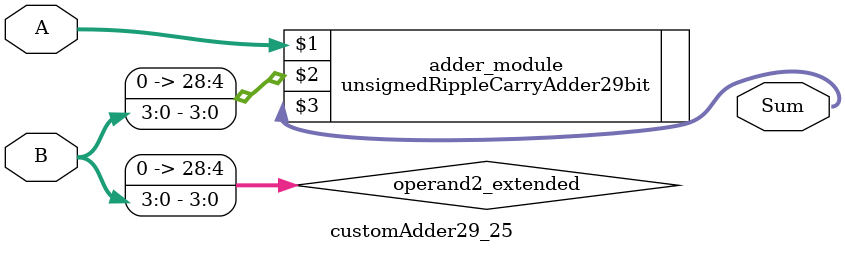
<source format=v>

module customAdder29_25(
                    input [28 : 0] A,
                    input [3 : 0] B,
                    
                    output [29 : 0] Sum
            );

    wire [28 : 0] operand2_extended;
    
    assign operand2_extended =  {25'b0, B};
    
    unsignedRippleCarryAdder29bit adder_module(
        A,
        operand2_extended,
        Sum
    );
    
endmodule
        
</source>
